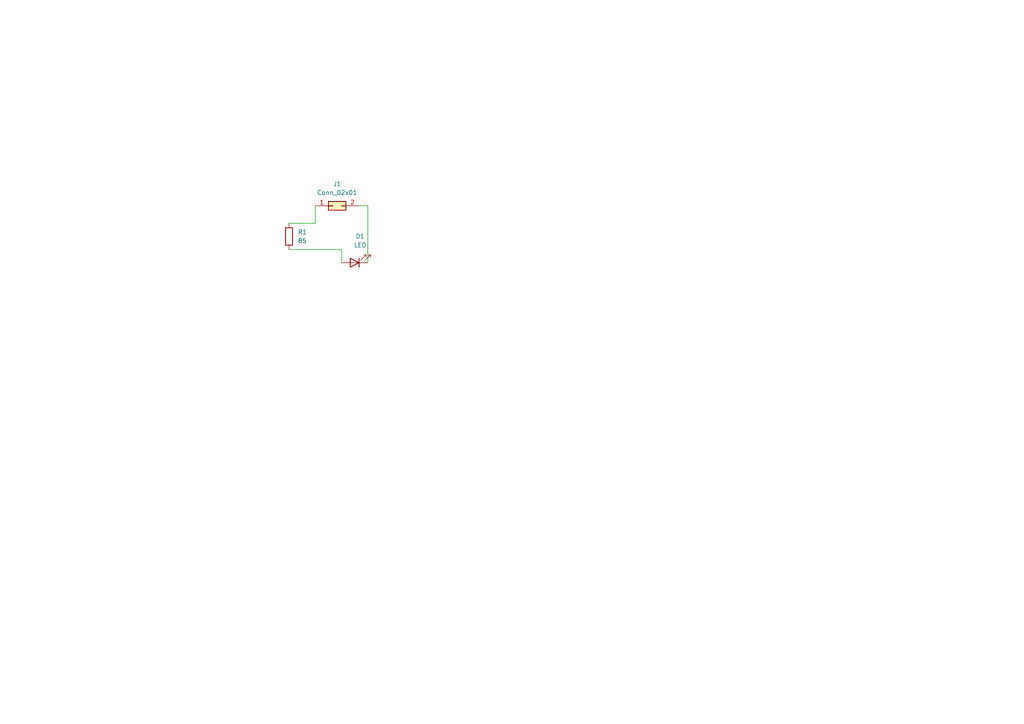
<source format=kicad_sch>
(kicad_sch
	(version 20231120)
	(generator "eeschema")
	(generator_version "8.0")
	(uuid "41a63550-ff5d-47bb-8f4e-1913176f3b51")
	(paper "A4")
	(lib_symbols
		(symbol "Connector_Generic:Conn_02x01"
			(pin_names
				(offset 1.016) hide)
			(exclude_from_sim no)
			(in_bom yes)
			(on_board yes)
			(property "Reference" "J"
				(at 1.27 2.54 0)
				(effects
					(font
						(size 1.27 1.27)
					)
				)
			)
			(property "Value" "Conn_02x01"
				(at 1.27 -2.54 0)
				(effects
					(font
						(size 1.27 1.27)
					)
				)
			)
			(property "Footprint" ""
				(at 0 0 0)
				(effects
					(font
						(size 1.27 1.27)
					)
					(hide yes)
				)
			)
			(property "Datasheet" "~"
				(at 0 0 0)
				(effects
					(font
						(size 1.27 1.27)
					)
					(hide yes)
				)
			)
			(property "Description" "Generic connector, double row, 02x01, this symbol is compatible with counter-clockwise, top-bottom and odd-even numbering schemes., script generated (kicad-library-utils/schlib/autogen/connector/)"
				(at 0 0 0)
				(effects
					(font
						(size 1.27 1.27)
					)
					(hide yes)
				)
			)
			(property "ki_keywords" "connector"
				(at 0 0 0)
				(effects
					(font
						(size 1.27 1.27)
					)
					(hide yes)
				)
			)
			(property "ki_fp_filters" "Connector*:*_2x??_*"
				(at 0 0 0)
				(effects
					(font
						(size 1.27 1.27)
					)
					(hide yes)
				)
			)
			(symbol "Conn_02x01_1_1"
				(rectangle
					(start -1.27 0.127)
					(end 0 -0.127)
					(stroke
						(width 0.1524)
						(type default)
					)
					(fill
						(type none)
					)
				)
				(rectangle
					(start -1.27 1.27)
					(end 3.81 -1.27)
					(stroke
						(width 0.254)
						(type default)
					)
					(fill
						(type background)
					)
				)
				(rectangle
					(start 3.81 0.127)
					(end 2.54 -0.127)
					(stroke
						(width 0.1524)
						(type default)
					)
					(fill
						(type none)
					)
				)
				(pin passive line
					(at -5.08 0 0)
					(length 3.81)
					(name "Pin_1"
						(effects
							(font
								(size 1.27 1.27)
							)
						)
					)
					(number "1"
						(effects
							(font
								(size 1.27 1.27)
							)
						)
					)
				)
				(pin passive line
					(at 7.62 0 180)
					(length 3.81)
					(name "Pin_2"
						(effects
							(font
								(size 1.27 1.27)
							)
						)
					)
					(number "2"
						(effects
							(font
								(size 1.27 1.27)
							)
						)
					)
				)
			)
		)
		(symbol "Device:LED"
			(pin_numbers hide)
			(pin_names
				(offset 1.016) hide)
			(exclude_from_sim no)
			(in_bom yes)
			(on_board yes)
			(property "Reference" "D"
				(at 0 2.54 0)
				(effects
					(font
						(size 1.27 1.27)
					)
				)
			)
			(property "Value" "LED"
				(at 0 -2.54 0)
				(effects
					(font
						(size 1.27 1.27)
					)
				)
			)
			(property "Footprint" ""
				(at 0 0 0)
				(effects
					(font
						(size 1.27 1.27)
					)
					(hide yes)
				)
			)
			(property "Datasheet" "~"
				(at 0 0 0)
				(effects
					(font
						(size 1.27 1.27)
					)
					(hide yes)
				)
			)
			(property "Description" "Light emitting diode"
				(at 0 0 0)
				(effects
					(font
						(size 1.27 1.27)
					)
					(hide yes)
				)
			)
			(property "ki_keywords" "LED diode"
				(at 0 0 0)
				(effects
					(font
						(size 1.27 1.27)
					)
					(hide yes)
				)
			)
			(property "ki_fp_filters" "LED* LED_SMD:* LED_THT:*"
				(at 0 0 0)
				(effects
					(font
						(size 1.27 1.27)
					)
					(hide yes)
				)
			)
			(symbol "LED_0_1"
				(polyline
					(pts
						(xy -1.27 -1.27) (xy -1.27 1.27)
					)
					(stroke
						(width 0.254)
						(type default)
					)
					(fill
						(type none)
					)
				)
				(polyline
					(pts
						(xy -1.27 0) (xy 1.27 0)
					)
					(stroke
						(width 0)
						(type default)
					)
					(fill
						(type none)
					)
				)
				(polyline
					(pts
						(xy 1.27 -1.27) (xy 1.27 1.27) (xy -1.27 0) (xy 1.27 -1.27)
					)
					(stroke
						(width 0.254)
						(type default)
					)
					(fill
						(type none)
					)
				)
				(polyline
					(pts
						(xy -3.048 -0.762) (xy -4.572 -2.286) (xy -3.81 -2.286) (xy -4.572 -2.286) (xy -4.572 -1.524)
					)
					(stroke
						(width 0)
						(type default)
					)
					(fill
						(type none)
					)
				)
				(polyline
					(pts
						(xy -1.778 -0.762) (xy -3.302 -2.286) (xy -2.54 -2.286) (xy -3.302 -2.286) (xy -3.302 -1.524)
					)
					(stroke
						(width 0)
						(type default)
					)
					(fill
						(type none)
					)
				)
			)
			(symbol "LED_1_1"
				(pin passive line
					(at -3.81 0 0)
					(length 2.54)
					(name "K"
						(effects
							(font
								(size 1.27 1.27)
							)
						)
					)
					(number "1"
						(effects
							(font
								(size 1.27 1.27)
							)
						)
					)
				)
				(pin passive line
					(at 3.81 0 180)
					(length 2.54)
					(name "A"
						(effects
							(font
								(size 1.27 1.27)
							)
						)
					)
					(number "2"
						(effects
							(font
								(size 1.27 1.27)
							)
						)
					)
				)
			)
		)
		(symbol "Device:R"
			(pin_numbers hide)
			(pin_names
				(offset 0)
			)
			(exclude_from_sim no)
			(in_bom yes)
			(on_board yes)
			(property "Reference" "R"
				(at 2.032 0 90)
				(effects
					(font
						(size 1.27 1.27)
					)
				)
			)
			(property "Value" "R"
				(at 0 0 90)
				(effects
					(font
						(size 1.27 1.27)
					)
				)
			)
			(property "Footprint" ""
				(at -1.778 0 90)
				(effects
					(font
						(size 1.27 1.27)
					)
					(hide yes)
				)
			)
			(property "Datasheet" "~"
				(at 0 0 0)
				(effects
					(font
						(size 1.27 1.27)
					)
					(hide yes)
				)
			)
			(property "Description" "Resistor"
				(at 0 0 0)
				(effects
					(font
						(size 1.27 1.27)
					)
					(hide yes)
				)
			)
			(property "ki_keywords" "R res resistor"
				(at 0 0 0)
				(effects
					(font
						(size 1.27 1.27)
					)
					(hide yes)
				)
			)
			(property "ki_fp_filters" "R_*"
				(at 0 0 0)
				(effects
					(font
						(size 1.27 1.27)
					)
					(hide yes)
				)
			)
			(symbol "R_0_1"
				(rectangle
					(start -1.016 -2.54)
					(end 1.016 2.54)
					(stroke
						(width 0.254)
						(type default)
					)
					(fill
						(type none)
					)
				)
			)
			(symbol "R_1_1"
				(pin passive line
					(at 0 3.81 270)
					(length 1.27)
					(name "~"
						(effects
							(font
								(size 1.27 1.27)
							)
						)
					)
					(number "1"
						(effects
							(font
								(size 1.27 1.27)
							)
						)
					)
				)
				(pin passive line
					(at 0 -3.81 90)
					(length 1.27)
					(name "~"
						(effects
							(font
								(size 1.27 1.27)
							)
						)
					)
					(number "2"
						(effects
							(font
								(size 1.27 1.27)
							)
						)
					)
				)
			)
		)
	)
	(wire
		(pts
			(xy 99.06 72.39) (xy 99.06 76.2)
		)
		(stroke
			(width 0)
			(type default)
		)
		(uuid "0db29cd9-dd11-45da-a0ce-4c280d41010b")
	)
	(wire
		(pts
			(xy 83.82 64.77) (xy 91.44 64.77)
		)
		(stroke
			(width 0)
			(type default)
		)
		(uuid "6500ace9-43f4-4e7d-a07c-3ade0eefbb59")
	)
	(wire
		(pts
			(xy 91.44 64.77) (xy 91.44 59.69)
		)
		(stroke
			(width 0)
			(type default)
		)
		(uuid "682ca110-de51-4e19-8228-cd7be07043d0")
	)
	(wire
		(pts
			(xy 106.68 59.69) (xy 104.14 59.69)
		)
		(stroke
			(width 0)
			(type default)
		)
		(uuid "9eb5b7e1-7fc5-4e64-9147-faa0d278b94f")
	)
	(wire
		(pts
			(xy 83.82 72.39) (xy 99.06 72.39)
		)
		(stroke
			(width 0)
			(type default)
		)
		(uuid "d70664df-f3bf-4373-be6c-e840cea9e55f")
	)
	(wire
		(pts
			(xy 106.68 76.2) (xy 106.68 59.69)
		)
		(stroke
			(width 0)
			(type default)
		)
		(uuid "df73fad4-468e-4b68-b767-3fe5e79b3c99")
	)
	(symbol
		(lib_id "Device:LED")
		(at 102.87 76.2 180)
		(unit 1)
		(exclude_from_sim no)
		(in_bom yes)
		(on_board yes)
		(dnp no)
		(fields_autoplaced yes)
		(uuid "5763eccd-f0ea-4206-8f3c-3648ee6316db")
		(property "Reference" "D1"
			(at 104.4575 68.58 0)
			(effects
				(font
					(size 1.27 1.27)
				)
			)
		)
		(property "Value" "LED"
			(at 104.4575 71.12 0)
			(effects
				(font
					(size 1.27 1.27)
				)
			)
		)
		(property "Footprint" "LED_THT:LED_D3.0mm"
			(at 102.87 76.2 0)
			(effects
				(font
					(size 1.27 1.27)
				)
				(hide yes)
			)
		)
		(property "Datasheet" "~"
			(at 102.87 76.2 0)
			(effects
				(font
					(size 1.27 1.27)
				)
				(hide yes)
			)
		)
		(property "Description" "Light emitting diode"
			(at 102.87 76.2 0)
			(effects
				(font
					(size 1.27 1.27)
				)
				(hide yes)
			)
		)
		(pin "1"
			(uuid "a5829d06-d71e-461f-93fc-95eb0b274c1d")
		)
		(pin "2"
			(uuid "18bdac05-0116-4976-a4c5-d088671b058f")
		)
		(instances
			(project ""
				(path "/41a63550-ff5d-47bb-8f4e-1913176f3b51"
					(reference "D1")
					(unit 1)
				)
			)
		)
	)
	(symbol
		(lib_id "Connector_Generic:Conn_02x01")
		(at 96.52 59.69 0)
		(unit 1)
		(exclude_from_sim no)
		(in_bom yes)
		(on_board yes)
		(dnp no)
		(fields_autoplaced yes)
		(uuid "b37b68ec-c73d-452b-b7e5-7f4d3d2a269a")
		(property "Reference" "J1"
			(at 97.79 53.34 0)
			(effects
				(font
					(size 1.27 1.27)
				)
			)
		)
		(property "Value" "Conn_02x01"
			(at 97.79 55.88 0)
			(effects
				(font
					(size 1.27 1.27)
				)
			)
		)
		(property "Footprint" "Connector_JST:JST_PH_S2B-PH-K_1x02_P2.00mm_Horizontal"
			(at 96.52 59.69 0)
			(effects
				(font
					(size 1.27 1.27)
				)
				(hide yes)
			)
		)
		(property "Datasheet" "~"
			(at 96.52 59.69 0)
			(effects
				(font
					(size 1.27 1.27)
				)
				(hide yes)
			)
		)
		(property "Description" "Generic connector, double row, 02x01, this symbol is compatible with counter-clockwise, top-bottom and odd-even numbering schemes., script generated (kicad-library-utils/schlib/autogen/connector/)"
			(at 96.52 59.69 0)
			(effects
				(font
					(size 1.27 1.27)
				)
				(hide yes)
			)
		)
		(pin "1"
			(uuid "9d19d4bb-9ade-4ebc-b449-20b72c35ed9b")
		)
		(pin "2"
			(uuid "e5ec2dca-8adb-4b23-ba80-e9006e5d231b")
		)
		(instances
			(project ""
				(path "/41a63550-ff5d-47bb-8f4e-1913176f3b51"
					(reference "J1")
					(unit 1)
				)
			)
		)
	)
	(symbol
		(lib_id "Device:R")
		(at 83.82 68.58 0)
		(unit 1)
		(exclude_from_sim no)
		(in_bom yes)
		(on_board yes)
		(dnp no)
		(fields_autoplaced yes)
		(uuid "e58b6828-d02b-409b-95ad-2a6a58585904")
		(property "Reference" "R1"
			(at 86.36 67.3099 0)
			(effects
				(font
					(size 1.27 1.27)
				)
				(justify left)
			)
		)
		(property "Value" "85"
			(at 86.36 69.8499 0)
			(effects
				(font
					(size 1.27 1.27)
				)
				(justify left)
			)
		)
		(property "Footprint" "Resistor_THT:R_Axial_DIN0207_L6.3mm_D2.5mm_P7.62mm_Horizontal"
			(at 82.042 68.58 90)
			(effects
				(font
					(size 1.27 1.27)
				)
				(hide yes)
			)
		)
		(property "Datasheet" "~"
			(at 83.82 68.58 0)
			(effects
				(font
					(size 1.27 1.27)
				)
				(hide yes)
			)
		)
		(property "Description" "Resistor"
			(at 83.82 68.58 0)
			(effects
				(font
					(size 1.27 1.27)
				)
				(hide yes)
			)
		)
		(pin "1"
			(uuid "b0922a89-14c3-4529-95cc-fd8c946a3658")
		)
		(pin "2"
			(uuid "ce7e0920-9f35-4ecc-aead-a7736c6bacd1")
		)
		(instances
			(project ""
				(path "/41a63550-ff5d-47bb-8f4e-1913176f3b51"
					(reference "R1")
					(unit 1)
				)
			)
		)
	)
	(sheet_instances
		(path "/"
			(page "1")
		)
	)
)

</source>
